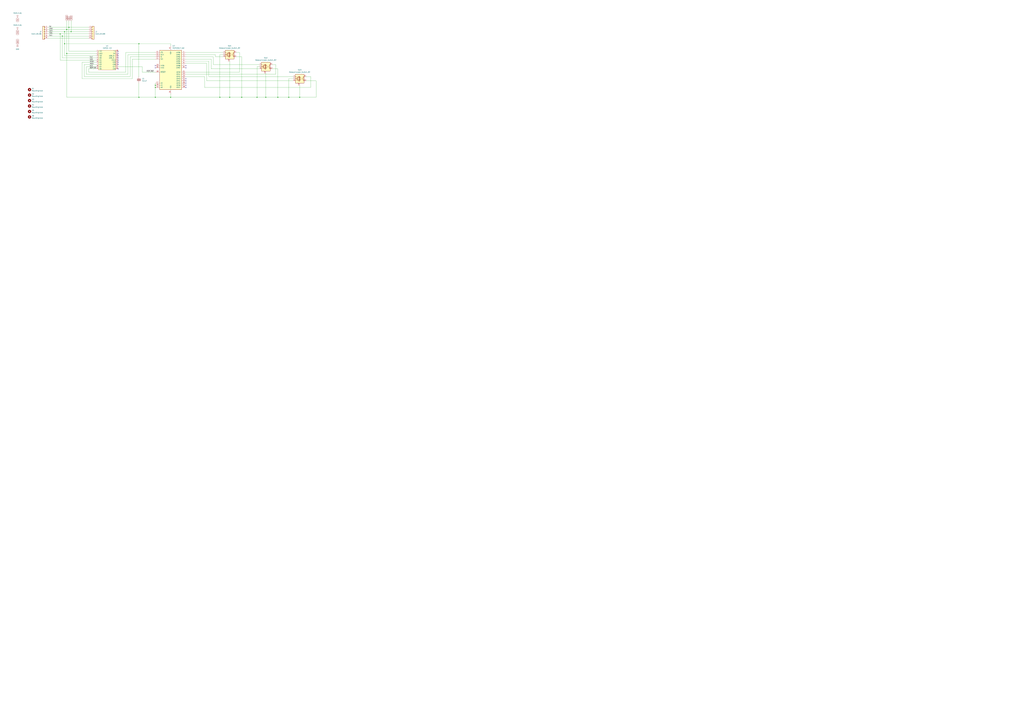
<source format=kicad_sch>
(kicad_sch (version 20250114) (generator "eeschema") (generator_version "9.0")
  (paper "A0")
  (lib_symbols
    (symbol "Connector_Generic:Conn_01x06" (pin_names (offset 1.016) (hide yes))
      (property "Reference" "J" (at 0 7.62 0))
      (property "Value" "Conn_01x06" (at 0 -10.16 0))
      (symbol "Conn_01x06_1_1"
        (rectangle (start -1.27 6.35) (end 1.27 -8.89) (stroke (width 0.254)) (fill (type background)))
        (rectangle (start -1.27 5.207) (end 0 4.953) (stroke (width 0.1524)))
        (rectangle (start -1.27 2.667) (end 0 2.413) (stroke (width 0.1524)))
        (rectangle (start -1.27 0.127) (end 0 -0.127) (stroke (width 0.1524)))
        (rectangle (start -1.27 -2.413) (end 0 -2.667) (stroke (width 0.1524)))
        (rectangle (start -1.27 -4.953) (end 0 -5.207) (stroke (width 0.1524)))
        (rectangle (start -1.27 -7.493) (end 0 -7.747) (stroke (width 0.1524)))
        (pin passive line (at -5.08 5.08 0) (length 3.81) (name "Pin_1") (number "1"))
        (pin passive line (at -5.08 2.54 0) (length 3.81) (name "Pin_2") (number "2"))
        (pin passive line (at -5.08 0 0) (length 3.81) (name "Pin_3") (number "3"))
        (pin passive line (at -5.08 -2.54 0) (length 3.81) (name "Pin_4") (number "4"))
        (pin passive line (at -5.08 -5.08 0) (length 3.81) (name "Pin_5") (number "5"))
        (pin passive line (at -5.08 -7.62 0) (length 3.81) (name "Pin_6") (number "6"))
      )
    )
    (symbol "Device:C" (pin_numbers (hide yes)) (pin_names (offset 0.254))
      (property "Reference" "C" (at 0.635 2.54 0))
      (property "Value" "C" (at 0.635 -2.54 0))
      (symbol "C_0_1"
        (polyline (pts (xy -2.032 0.762) (xy 2.032 0.762)) (stroke (width 0.508)))
        (polyline (pts (xy -2.032 -0.762) (xy 2.032 -0.762)) (stroke (width 0.508)))
      )
      (symbol "C_1_1"
        (pin passive line (at 0 3.81 270) (length 2.794) (name "~") (number "1"))
        (pin passive line (at 0 -3.81 90) (length 2.794) (name "~") (number "2"))
      )
    )
    (symbol "Device:RotaryEncoder_Switch_MP" (pin_names (offset 0.254) (hide yes))
      (property "Reference" "SW" (at 0 8.89 0))
      (property "Value" "RotaryEncoder_Switch_MP" (at 0 6.35 0))
      (symbol "RotaryEncoder_Switch_MP_0_1"
        (rectangle (start -5.08 5.08) (end 5.08 -5.08) (stroke (width 0.254)) (fill (type background)))
        (polyline (pts (xy -5.08 2.54) (xy -3.81 2.54) (xy -3.81 2.032)))
        (polyline (pts (xy -5.08 0) (xy -3.81 0) (xy -3.81 -1.016) (xy -3.302 -2.032)))
        (polyline (pts (xy -5.08 -2.54) (xy -3.81 -2.54) (xy -3.81 -2.032)))
        (polyline (pts (xy -4.318 0) (xy -3.81 0) (xy -3.81 1.016) (xy -3.302 2.032)))
        (circle (center -3.81 0) (radius 0.254) (fill (type outline)))
        (polyline (pts (xy -0.635 -1.778) (xy -0.635 1.778)) (stroke (width 0.254)))
        (circle (center -0.381 0) (radius 1.905) (stroke (width 0.254)))
        (polyline (pts (xy -0.381 -1.778) (xy -0.381 1.778)) (stroke (width 0.254)))
        (arc (start -0.381 -2.794) (mid -3.0988 -0.0635) (end -0.381 2.667) (stroke (width 0.254)))
        (polyline (pts (xy -0.127 1.778) (xy -0.127 -1.778)) (stroke (width 0.254)))
        (polyline (pts (xy 0.254 2.921) (xy -0.508 2.667) (xy 0.127 2.286)) (stroke (width 0.254)))
        (polyline (pts (xy 0.254 -3.048) (xy -0.508 -2.794) (xy 0.127 -2.413)) (stroke (width 0.254)))
        (polyline (pts (xy 3.81 1.016) (xy 3.81 -1.016)) (stroke (width 0.254)))
        (polyline (pts (xy 3.81 0) (xy 3.429 0)) (stroke (width 0.254)))
        (circle (center 4.318 1.016) (radius 0.127) (stroke (width 0.254)))
        (circle (center 4.318 -1.016) (radius 0.127) (stroke (width 0.254)))
        (polyline (pts (xy 5.08 2.54) (xy 4.318 2.54) (xy 4.318 1.016)) (stroke (width 0.254)))
        (polyline (pts (xy 5.08 -2.54) (xy 4.318 -2.54) (xy 4.318 -1.016)) (stroke (width 0.254)))
      )
      (symbol "RotaryEncoder_Switch_MP_1_1"
        (pin passive line (at -7.62 2.54 0) (length 2.54) (name "A") (number "A"))
        (pin passive line (at -7.62 0 0) (length 2.54) (name "C") (number "C"))
        (pin passive line (at -7.62 -2.54 0) (length 2.54) (name "B") (number "B"))
        (pin passive line (at 0 -7.62 90) (length 2.54) (name "MP") (number "MP"))
        (pin passive line (at 7.62 2.54 180) (length 2.54) (name "S1") (number "S1"))
        (pin passive line (at 7.62 -2.54 180) (length 2.54) (name "S2") (number "S2"))
      )
    )
    (symbol "Interface_Expansion:MCP23S17_SO" (pin_names (offset 1.016))
      (property "Reference" "U" (at -11.43 24.13 0))
      (property "Value" "MCP23S17_SO" (at 0 0 0))
      (symbol "MCP23S17_SO_0_1"
        (rectangle (start -12.7 22.86) (end 12.7 -22.86) (stroke (width 0.254)) (fill (type background)))
      )
      (symbol "MCP23S17_SO_1_1"
        (pin input line (at -17.78 20.32 0) (length 5.08) (name "~{CS}") (number "11"))
        (pin input line (at -17.78 17.78 0) (length 5.08) (name "SCK") (number "12"))
        (pin input line (at -17.78 15.24 0) (length 5.08) (name "SI") (number "13"))
        (pin output line (at -17.78 12.7 0) (length 5.08) (name "SO") (number "14"))
        (pin tri_state line (at -17.78 5.08 0) (length 5.08) (name "INTB") (number "19"))
        (pin tri_state line (at -17.78 2.54 0) (length 5.08) (name "INTA") (number "20"))
        (pin input line (at -17.78 -2.54 0) (length 5.08) (name "~{RESET}") (number "18"))
        (pin input line (at -17.78 -15.24 0) (length 5.08) (name "A2") (number "17"))
        (pin input line (at -17.78 -17.78 0) (length 5.08) (name "A1") (number "16"))
        (pin input line (at -17.78 -20.32 0) (length 5.08) (name "A0") (number "15"))
        (pin power_in line (at 0 27.94 270) (length 5.08) (name "VDD") (number "9"))
        (pin power_in line (at 0 -27.94 90) (length 5.08) (name "VSS") (number "10"))
        (pin bidirectional line (at 17.78 20.32 180) (length 5.08) (name "GPB0") (number "1"))
        (pin bidirectional line (at 17.78 17.78 180) (length 5.08) (name "GPB1") (number "2"))
        (pin bidirectional line (at 17.78 15.24 180) (length 5.08) (name "GPB2") (number "3"))
        (pin bidirectional line (at 17.78 12.7 180) (length 5.08) (name "GPB3") (number "4"))
        (pin bidirectional line (at 17.78 10.16 180) (length 5.08) (name "GPB4") (number "5"))
        (pin bidirectional line (at 17.78 7.62 180) (length 5.08) (name "GPB5") (number "6"))
        (pin bidirectional line (at 17.78 5.08 180) (length 5.08) (name "GPB6") (number "7"))
        (pin bidirectional line (at 17.78 2.54 180) (length 5.08) (name "GPB7") (number "8"))
        (pin bidirectional line (at 17.78 -2.54 180) (length 5.08) (name "GPA0") (number "21"))
        (pin bidirectional line (at 17.78 -5.08 180) (length 5.08) (name "GPA1") (number "22"))
        (pin bidirectional line (at 17.78 -7.62 180) (length 5.08) (name "GPA2") (number "23"))
        (pin bidirectional line (at 17.78 -10.16 180) (length 5.08) (name "GPA3") (number "24"))
        (pin bidirectional line (at 17.78 -12.7 180) (length 5.08) (name "GPA4") (number "25"))
        (pin bidirectional line (at 17.78 -15.24 180) (length 5.08) (name "GPA5") (number "26"))
        (pin bidirectional line (at 17.78 -17.78 180) (length 5.08) (name "GPA6") (number "27"))
        (pin bidirectional line (at 17.78 -20.32 180) (length 5.08) (name "GPA7") (number "28"))
      )
    )
    (symbol "JonathanAdams-Waveshare-ESP32:Waveshare-ESP32-C3-Zero"
      (property "Reference" "U" (at -9.652 12.446 0))
      (symbol "Waveshare-ESP32-C3-Zero_1_1"
        (rectangle (start -10.16 11.43) (end 10.16 -11.43) (fill (type background)))
        (pin power_in line (at -12.7 10.16 0) (length 2.54) (name "VCC") (number "1"))
        (pin power_in line (at -12.7 7.62 0) (length 2.54) (name "GND") (number "2"))
        (pin power_out line (at -12.7 5.08 0) (length 2.54) (name "V3V") (number "3"))
        (pin bidirectional line (at -12.7 2.54 0) (length 2.54) (name "IO0") (number "4"))
        (pin bidirectional line (at -12.7 0 0) (length 2.54) (name "IO1") (number "5"))
        (pin bidirectional line (at -12.7 -2.54 0) (length 2.54) (name "IO2") (number "6"))
        (pin bidirectional line (at -12.7 -5.08 0) (length 2.54) (name "IO3") (number "7"))
        (pin bidirectional line (at -12.7 -7.62 0) (length 2.54) (name "IO4") (number "8"))
        (pin bidirectional line (at -12.7 -10.16 0) (length 2.54) (name "IO5") (number "9"))
        (pin bidirectional line (at 12.7 10.16 180) (length 2.54) (name "IO21") (number "18") (alternate "TX" bidirectional line))
        (pin bidirectional line (at 12.7 7.62 180) (length 2.54) (name "IO20") (number "17") (alternate "RX" bidirectional line))
        (pin bidirectional line (at 12.7 5.08 180) (length 2.54) (name "IO19") (number "16") (alternate "USB_D+" bidirectional line))
        (pin bidirectional line (at 12.7 2.54 180) (length 2.54) (name "IO18") (number "15") (alternate "USB_D-" bidirectional line))
        (pin bidirectional line (at 12.7 0 180) (length 2.54) (name "IO10") (number "14"))
        (pin bidirectional line (at 12.7 -2.54 180) (length 2.54) (name "IO9") (number "13"))
        (pin bidirectional line (at 12.7 -5.08 180) (length 2.54) (name "IO8") (number "12"))
        (pin bidirectional line (at 12.7 -7.62 180) (length 2.54) (name "IO7") (number "11"))
        (pin bidirectional line (at 12.7 -10.16 180) (length 2.54) (name "IO6") (number "10"))
      )
    )
    (symbol "Mechanical:MountingHole" (pin_names (offset 1.016)) (in_bom no)
      (property "Reference" "H" (at 0 5.08 0))
      (property "Value" "MountingHole" (at 0 3.175 0))
      (symbol "MountingHole_0_1"
        (circle (center 0 0) (radius 1.27) (stroke (width 1.27)))
      )
    )
    (symbol "power:GND" (power) (pin_numbers (hide yes)) (pin_names (offset 0) (hide yes))
      (property "Value" "GND" (at 0 -3.81 0))
      (symbol "GND_0_1"
        (polyline (pts (xy 0 0) (xy 0 -1.27) (xy 1.27 -1.27) (xy 0 -2.54) (xy -1.27 -1.27) (xy 0 -1.27)))
      )
      (symbol "GND_1_1"
        (pin power_in line (at 0 0 270) (length 0) (name "~") (number "1"))
      )
    )
    (symbol "power:PWR_FLAG" (power) (pin_numbers (hide yes)) (pin_names (offset 0) (hide yes))
      (property "Value" "PWR_FLAG" (at 0 3.81 0))
      (symbol "PWR_FLAG_0_0"
        (pin power_out line (at 0 0 90) (length 0) (name "~") (number "1"))
      )
      (symbol "PWR_FLAG_0_1"
        (polyline (pts (xy 0 0) (xy 0 1.27) (xy -1.016 1.905) (xy 0 2.54) (xy 1.016 1.905) (xy 0 1.27)))
      )
    )
  )
  (junction (at 255.27 113.03))
  (junction (at 180.34 113.03))
  (junction (at 266.7 113.03))
  (junction (at 322.58 113.03))
  (junction (at 180.34 99.06))
  (junction (at 69.85 39.37))
  (junction (at 198.12 113.03))
  (junction (at 74.93 50.8))
  (junction (at 80.01 31.75))
  (junction (at 308.61 113.03))
  (junction (at 77.47 34.29))
  (junction (at 72.39 41.91))
  (junction (at 347.98 113.03))
  (junction (at 298.45 113.03))
  (junction (at 74.93 36.83))
  (junction (at 161.29 113.03))
  (junction (at 280.67 113.03))
  (junction (at 77.47 62.23))
  (junction (at 82.55 36.83))
  (junction (at 180.34 101.6))
  (junction (at 335.28 113.03))
  (junction (at 161.29 50.8))
  (no_connect (at 215.9 101.6))
  (no_connect (at 215.9 76.2))
  (no_connect (at 215.9 96.52))
  (no_connect (at 137.16 72.39))
  (no_connect (at 180.34 76.2))
  (no_connect (at 137.16 59.69))
  (no_connect (at 215.9 78.74))
  (no_connect (at 137.16 69.85))
  (no_connect (at 215.9 91.44))
  (no_connect (at 137.16 67.31))
  (no_connect (at 215.9 93.98))
  (no_connect (at 180.34 78.74))
  (no_connect (at 137.16 74.93))
  (no_connect (at 215.9 99.06))
  (no_connect (at 137.16 62.23))
  (no_connect (at 137.16 80.01))
  (no_connect (at 137.16 64.77))
  (wire (pts (xy 55.88 36.83) (xy 74.93 36.83)))
  (wire (pts (xy 340.36 93.98) (xy 240.03 93.98)))
  (wire (pts (xy 215.9 86.36) (xy 320.04 86.36)))
  (wire (pts (xy 82.55 36.83) (xy 102.87 36.83)))
  (wire (pts (xy 340.36 88.9) (xy 242.57 88.9)))
  (wire (pts (xy 367.03 93.98) (xy 367.03 113.03)))
  (wire (pts (xy 80.01 24.13) (xy 80.01 31.75)))
  (wire (pts (xy 198.12 50.8) (xy 198.12 53.34)))
  (wire (pts (xy 335.28 113.03) (xy 347.98 113.03)))
  (wire (pts (xy 148.59 63.5) (xy 180.34 63.5)))
  (wire (pts (xy 360.68 101.6) (xy 237.49 101.6)))
  (wire (pts (xy 77.47 34.29) (xy 102.87 34.29)))
  (wire (pts (xy 55.88 44.45) (xy 102.87 44.45)))
  (wire (pts (xy 95.25 72.39) (xy 95.25 91.44)))
  (wire (pts (xy 180.34 96.52) (xy 180.34 99.06)))
  (wire (pts (xy 151.13 66.04) (xy 180.34 66.04)))
  (wire (pts (xy 77.47 113.03) (xy 77.47 62.23)))
  (wire (pts (xy 259.08 63.5) (xy 255.27 63.5)))
  (wire (pts (xy 320.04 74.93) (xy 320.04 86.36)))
  (wire (pts (xy 77.47 24.13) (xy 77.47 34.29)))
  (wire (pts (xy 153.67 91.44) (xy 153.67 68.58)))
  (wire (pts (xy 80.01 31.75) (xy 80.01 59.69)))
  (wire (pts (xy 180.34 99.06) (xy 180.34 101.6)))
  (wire (pts (xy 255.27 113.03) (xy 198.12 113.03)))
  (wire (pts (xy 280.67 113.03) (xy 298.45 113.03)))
  (wire (pts (xy 161.29 113.03) (xy 180.34 113.03)))
  (wire (pts (xy 266.7 113.03) (xy 255.27 113.03)))
  (wire (pts (xy 215.9 63.5) (xy 250.19 63.5)))
  (wire (pts (xy 240.03 73.66) (xy 215.9 73.66)))
  (wire (pts (xy 165.1 77.47) (xy 137.16 77.47)))
  (wire (pts (xy 237.49 88.9) (xy 215.9 88.9)))
  (wire (pts (xy 255.27 63.5) (xy 255.27 113.03)))
  (wire (pts (xy 97.79 74.93) (xy 111.76 74.93)))
  (wire (pts (xy 161.29 50.8) (xy 161.29 88.9)))
  (wire (pts (xy 180.34 60.96) (xy 146.05 60.96)))
  (wire (pts (xy 165.1 83.82) (xy 165.1 77.47)))
  (wire (pts (xy 69.85 39.37) (xy 102.87 39.37)))
  (wire (pts (xy 247.65 74.93) (xy 247.65 66.04)))
  (wire (pts (xy 250.19 66.04) (xy 250.19 63.5)))
  (wire (pts (xy 340.36 91.44) (xy 335.28 91.44)))
  (wire (pts (xy 100.33 77.47) (xy 111.76 77.47)))
  (wire (pts (xy 215.9 66.04) (xy 247.65 66.04)))
  (wire (pts (xy 245.11 68.58) (xy 215.9 68.58)))
  (wire (pts (xy 242.57 88.9) (xy 242.57 71.12)))
  (wire (pts (xy 74.93 64.77) (xy 111.76 64.77)))
  (wire (pts (xy 100.33 86.36) (xy 148.59 86.36)))
  (wire (pts (xy 80.01 59.69) (xy 111.76 59.69)))
  (wire (pts (xy 72.39 67.31) (xy 72.39 41.91)))
  (wire (pts (xy 274.32 66.04) (xy 280.67 66.04)))
  (wire (pts (xy 237.49 101.6) (xy 237.49 88.9)))
  (wire (pts (xy 55.88 34.29) (xy 77.47 34.29)))
  (wire (pts (xy 77.47 34.29) (xy 77.47 62.23)))
  (wire (pts (xy 74.93 64.77) (xy 74.93 50.8)))
  (wire (pts (xy 322.58 113.03) (xy 335.28 113.03)))
  (wire (pts (xy 280.67 113.03) (xy 266.7 113.03)))
  (wire (pts (xy 102.87 83.82) (xy 102.87 80.01)))
  (wire (pts (xy 278.13 60.96) (xy 278.13 83.82)))
  (wire (pts (xy 97.79 74.93) (xy 97.79 88.9)))
  (wire (pts (xy 55.88 31.75) (xy 80.01 31.75)))
  (wire (pts (xy 74.93 50.8) (xy 161.29 50.8)))
  (wire (pts (xy 215.9 60.96) (xy 259.08 60.96)))
  (wire (pts (xy 298.45 77.47) (xy 298.45 113.03)))
  (wire (pts (xy 153.67 68.58) (xy 180.34 68.58)))
  (wire (pts (xy 55.88 41.91) (xy 72.39 41.91)))
  (wire (pts (xy 82.55 24.13) (xy 82.55 36.83)))
  (wire (pts (xy 198.12 113.03) (xy 180.34 113.03)))
  (wire (pts (xy 198.12 109.22) (xy 198.12 113.03)))
  (wire (pts (xy 95.25 91.44) (xy 153.67 91.44)))
  (wire (pts (xy 347.98 113.03) (xy 367.03 113.03)))
  (wire (pts (xy 278.13 83.82) (xy 215.9 83.82)))
  (wire (pts (xy 77.47 62.23) (xy 111.76 62.23)))
  (wire (pts (xy 245.11 80.01) (xy 245.11 68.58)))
  (wire (pts (xy 259.08 66.04) (xy 250.19 66.04)))
  (wire (pts (xy 95.25 72.39) (xy 111.76 72.39)))
  (wire (pts (xy 300.99 77.47) (xy 298.45 77.47)))
  (wire (pts (xy 355.6 93.98) (xy 367.03 93.98)))
  (wire (pts (xy 151.13 88.9) (xy 151.13 66.04)))
  (wire (pts (xy 69.85 69.85) (xy 111.76 69.85)))
  (wire (pts (xy 165.1 83.82) (xy 180.34 83.82)))
  (wire (pts (xy 322.58 80.01) (xy 322.58 113.03)))
  (wire (pts (xy 266.7 71.12) (xy 266.7 113.03)))
  (wire (pts (xy 300.99 74.93) (xy 247.65 74.93)))
  (wire (pts (xy 347.98 99.06) (xy 347.98 113.03)))
  (wire (pts (xy 308.61 113.03) (xy 322.58 113.03)))
  (wire (pts (xy 161.29 50.8) (xy 198.12 50.8)))
  (wire (pts (xy 316.23 74.93) (xy 320.04 74.93)))
  (wire (pts (xy 146.05 60.96) (xy 146.05 83.82)))
  (wire (pts (xy 316.23 80.01) (xy 322.58 80.01)))
  (wire (pts (xy 146.05 83.82) (xy 102.87 83.82)))
  (wire (pts (xy 69.85 69.85) (xy 69.85 39.37)))
  (wire (pts (xy 72.39 41.91) (xy 102.87 41.91)))
  (wire (pts (xy 161.29 96.52) (xy 161.29 113.03)))
  (wire (pts (xy 335.28 91.44) (xy 335.28 113.03)))
  (wire (pts (xy 80.01 31.75) (xy 102.87 31.75)))
  (wire (pts (xy 355.6 88.9) (xy 360.68 88.9)))
  (wire (pts (xy 280.67 66.04) (xy 280.67 113.03)))
  (wire (pts (xy 97.79 88.9) (xy 151.13 88.9)))
  (wire (pts (xy 55.88 39.37) (xy 69.85 39.37)))
  (wire (pts (xy 180.34 101.6) (xy 180.34 113.03)))
  (wire (pts (xy 74.93 36.83) (xy 82.55 36.83)))
  (wire (pts (xy 274.32 60.96) (xy 278.13 60.96)))
  (wire (pts (xy 100.33 77.47) (xy 100.33 86.36)))
  (wire (pts (xy 74.93 36.83) (xy 74.93 50.8)))
  (wire (pts (xy 240.03 93.98) (xy 240.03 73.66)))
  (wire (pts (xy 360.68 88.9) (xy 360.68 101.6)))
  (wire (pts (xy 161.29 113.03) (xy 77.47 113.03)))
  (wire (pts (xy 300.99 80.01) (xy 245.11 80.01)))
  (wire (pts (xy 72.39 67.31) (xy 111.76 67.31)))
  (wire (pts (xy 298.45 113.03) (xy 308.61 113.03)))
  (wire (pts (xy 308.61 85.09) (xy 308.61 113.03)))
  (wire (pts (xy 102.87 80.01) (xy 111.76 80.01)))
  (wire (pts (xy 148.59 86.36) (xy 148.59 63.5)))
  (wire (pts (xy 242.57 71.12) (xy 215.9 71.12)))
  (label "5V" (at 57.15 31.75 0))
  (label "3V3" (at 57.15 36.83 0))
  (label "SDA" (at 57.15 39.37 0))
  (label "MISO" (at 104.14 72.39 0))
  (label "SDA" (at 104.14 69.85 0))
  (label "~{MCP_RST}" (at 170.18 83.82 0))
  (label "MOSI" (at 104.14 74.93 0))
  (label "SCK" (at 104.14 77.47 0))
  (label "SLC" (at 104.14 67.31 0))
  (label "SLC" (at 57.15 41.91 0))
  (label "~{MCP_CS}" (at 104.14 80.01 0))
  (label "GND" (at 57.15 34.29 0))
  (global_label "GND" (shape input) (at 20.32 52.07 90) (property "Intersheetrefs" "${INTERSHEET_REFS}" (effects (hide yes))))
  (global_label "3V3" (shape input) (at 82.55 24.13 90) (property "Intersheetrefs" "${INTERSHEET_REFS}" (effects (hide yes))))
  (global_label "3V3" (shape input) (at 20.32 34.29 270) (property "Intersheetrefs" "${INTERSHEET_REFS}" (effects (hide yes))))
  (global_label "GND" (shape input) (at 77.47 24.13 90) (property "Intersheetrefs" "${INTERSHEET_REFS}" (effects (hide yes))))
  (global_label "5V" (shape input) (at 20.32 20.32 270) (property "Intersheetrefs" "${INTERSHEET_REFS}" (effects (hide yes))))
  (global_label "5V" (shape input) (at 80.01 24.13 90) (property "Intersheetrefs" "${INTERSHEET_REFS}" (effects (hide yes))))
  (symbol (lib_id "Mechanical:MountingHole") (at 34.29 129.54 0) (unit 1) (in_bom no)
    (property "Reference" "H5" (at 36.83 128.2699 0) (effects (justify left)))
    (property "Value" "MountingHole" (at 36.83 130.8099 0) (effects (justify left)))
    (property "Footprint" "MountingHole:MountingHole_2.2mm_M2" (effects (hide yes)))
    (property "Description" "Mounting Hole without connection" (effects (hide yes)))
  )
  (symbol (lib_id "Connector_Generic:Conn_01x06") (at 50.8 36.83 0) (mirror y) (unit 1)
    (property "Reference" "J2" (at 48.26 36.8299 0) (effects (justify left)))
    (property "Value" "Conn_01x06" (at 48.26 39.3699 0) (effects (justify left)))
    (property "Footprint" "Tommy:PinSocket_1x06_P2.54mm_MagPogoHor_R" (effects (hide yes)))
    (property "Description" "Generic connector, single row, 01x06, script generated (kicad-library-utils/schlib/autogen/connector/)" (effects (hide yes)))
  )
  (symbol (lib_id "Mechanical:MountingHole") (at 34.29 135.89 0) (unit 1) (in_bom no)
    (property "Reference" "H6" (at 36.83 134.6199 0) (effects (justify left)))
    (property "Value" "MountingHole" (at 36.83 137.1599 0) (effects (justify left)))
    (property "Footprint" "MountingHole:MountingHole_2.2mm_M2" (effects (hide yes)))
    (property "Description" "Mounting Hole without connection" (effects (hide yes)))
  )
  (symbol (lib_id "Mechanical:MountingHole") (at 34.29 123.19 0) (unit 1) (in_bom no)
    (property "Reference" "H4" (at 36.83 121.9199 0) (effects (justify left)))
    (property "Value" "MountingHole" (at 36.83 124.4599 0) (effects (justify left)))
    (property "Footprint" "MountingHole:MountingHole_2.2mm_M2" (effects (hide yes)))
    (property "Description" "Mounting Hole without connection" (effects (hide yes)))
  )
  (symbol (lib_id "Mechanical:MountingHole") (at 34.29 116.84 0) (unit 1) (in_bom no)
    (property "Reference" "H3" (at 36.83 115.5699 0) (effects (justify left)))
    (property "Value" "MountingHole" (at 36.83 118.1099 0) (effects (justify left)))
    (property "Footprint" "MountingHole:MountingHole_2.2mm_M2" (effects (hide yes)))
    (property "Description" "Mounting Hole without connection" (effects (hide yes)))
  )
  (symbol (lib_id "Device:C") (at 161.29 92.71 0) (unit 1)
    (property "Reference" "C1" (at 165.1 91.4399 0) (effects (justify left)))
    (property "Value" "0.1uF" (at 165.1 93.9799 0) (effects (justify left)))
    (property "Footprint" "Capacitor_SMD:C_1206_3216Metric_Pad1.33x1.80mm_HandSolder" (effects (hide yes)))
    (property "Description" "Unpolarized capacitor" (effects (hide yes)))
  )
  (symbol (lib_id "power:PWR_FLAG") (at 20.32 20.32 0) (unit 1)
    (property "Reference" "#FLG01" (effects (hide yes)))
    (property "Value" "PWR_FLAG" (at 20.32 15.24 0))
    (property "Description" "Special symbol for telling ERC where power comes from" (effects (hide yes)))
  )
  (symbol (lib_id "power:PWR_FLAG") (at 20.32 34.29 0) (unit 1)
    (property "Reference" "#FLG02" (effects (hide yes)))
    (property "Value" "PWR_FLAG" (at 20.32 29.21 0))
    (property "Description" "Special symbol for telling ERC where power comes from" (effects (hide yes)))
  )
  (symbol (lib_id "Device:RotaryEncoder_Switch_MP") (at 266.7 63.5 0) (unit 1)
    (property "Reference" "SW1" (at 266.7 53.34 0))
    (property "Value" "RotaryEncoder_Switch_MP" (at 266.7 55.88 0))
    (property "Footprint" "Rotary_Encoder:RotaryEncoder_Alps_EC11E-Switch_Vertical_H20mm" (effects (hide yes)))
    (property "Description" "Rotary encoder, dual channel, incremental quadrate outputs, with switch and MP Pin" (effects (hide yes)))
  )
  (symbol (lib_id "Interface_Expansion:MCP23S17_SO") (at 198.12 81.28 0) (unit 1)
    (property "Reference" "U2" (at 200.2633 53.34 0) (effects (justify left)))
    (property "Value" "MCP23S17_SO" (at 200.2633 55.88 0) (effects (justify left)))
    (property "Footprint" "Package_SO:SOIC-28W_7.5x17.9mm_P1.27mm" (effects (hide yes)))
    (property "Datasheet" "http://ww1.microchip.com/downloads/en/DeviceDoc/20001952C.pdf" (effects (hide yes)))
    (property "Description" "16-bit I/O expander, SPI, interrupts, w pull-ups, SOIC-28" (effects (hide yes)))
  )
  (symbol (lib_id "power:GND") (at 20.32 52.07 0) (unit 1)
    (property "Reference" "#PWR01" (effects (hide yes)))
    (property "Value" "GND" (at 20.32 57.15 0))
    (property "Description" "Power symbol creates a global label with name \"GND\" , ground" (effects (hide yes)))
  )
  (symbol (lib_id "Connector_Generic:Conn_01x06") (at 107.95 36.83 0) (unit 1)
    (property "Reference" "J1" (at 110.49 36.8299 0) (effects (justify left)))
    (property "Value" "Conn_01x06" (at 110.49 39.3699 0) (effects (justify left)))
    (property "Footprint" "Tommy:PinSocket_1x06_P2.54mm_MagPogoHor" (effects (hide yes)))
    (property "Description" "Generic connector, single row, 01x06, script generated (kicad-library-utils/schlib/autogen/connector/)" (effects (hide yes)))
  )
  (symbol (lib_id "Device:RotaryEncoder_Switch_MP") (at 347.98 91.44 0) (unit 1)
    (property "Reference" "SW3" (at 347.98 81.28 0))
    (property "Value" "RotaryEncoder_Switch_MP" (at 347.98 83.82 0))
    (property "Footprint" "Rotary_Encoder:RotaryEncoder_Alps_EC11E-Switch_Vertical_H20mm" (effects (hide yes)))
    (property "Description" "Rotary encoder, dual channel, incremental quadrate outputs, with switch and MP Pin" (effects (hide yes)))
  )
  (symbol (lib_id "Mechanical:MountingHole") (at 34.29 110.49 0) (unit 1) (in_bom no)
    (property "Reference" "H2" (at 36.83 109.2199 0) (effects (justify left)))
    (property "Value" "MountingHole" (at 36.83 111.7599 0) (effects (justify left)))
    (property "Footprint" "MountingHole:MountingHole_2.2mm_M2" (effects (hide yes)))
    (property "Description" "Mounting Hole without connection" (effects (hide yes)))
  )
  (symbol (lib_id "JonathanAdams-Waveshare-ESP32:Waveshare-ESP32-C3-Zero") (at 124.46 69.85 0) (unit 1)
    (property "Reference" "U1" (at 124.46 53.34 0))
    (property "Value" "ESP32-C3" (at 124.46 55.88 0))
    (property "Footprint" "JonathanAdams-Waveshare-ESP32:Waveshare-ESP32-C3-Zero" (effects (hide yes)))
    (property "Datasheet" "https://www.waveshare.com/wiki/ESP32-C3-Zero" (effects (hide yes)))
    (pin "15" (alternate "USB_D-"))
    (pin "18" (alternate "TX"))
    (pin "17" (alternate "RX"))
    (pin "16" (alternate "USB_D+"))
  )
  (symbol (lib_id "Device:RotaryEncoder_Switch_MP") (at 308.61 77.47 0) (unit 1)
    (property "Reference" "SW2" (at 308.61 67.31 0))
    (property "Value" "RotaryEncoder_Switch_MP" (at 308.61 69.85 0))
    (property "Footprint" "Rotary_Encoder:RotaryEncoder_Alps_EC11E-Switch_Vertical_H20mm" (effects (hide yes)))
    (property "Description" "Rotary encoder, dual channel, incremental quadrate outputs, with switch and MP Pin" (effects (hide yes)))
  )
  (symbol (lib_id "Mechanical:MountingHole") (at 34.29 104.14 0) (unit 1) (in_bom no)
    (property "Reference" "H1" (at 36.83 102.8699 0) (effects (justify left)))
    (property "Value" "MountingHole" (at 36.83 105.4099 0) (effects (justify left)))
    (property "Footprint" "MountingHole:MountingHole_2.2mm_M2" (effects (hide yes)))
    (property "Description" "Mounting Hole without connection" (effects (hide yes)))
  )
)
</source>
